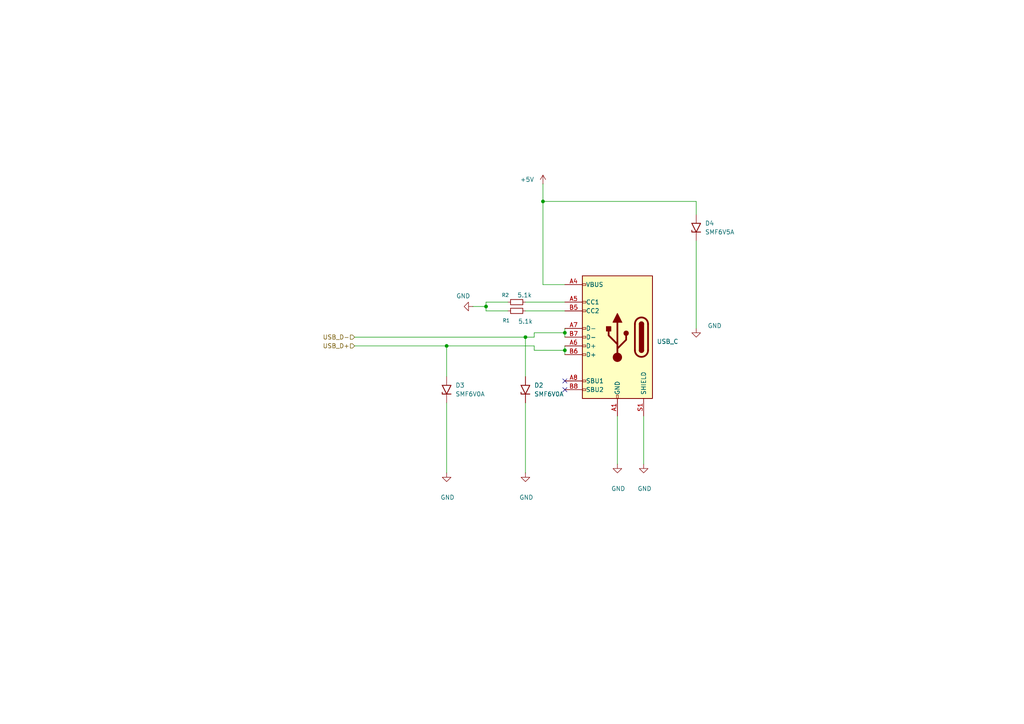
<source format=kicad_sch>
(kicad_sch (version 20250114) (generator "eeschema") (generator_version "9.0")
  (paper "A4")
  (lib_symbols
    (symbol "Connector:USB_C_Receptacle_USB2.0_16P" (pin_names (offset 1.016))
      (property "Reference" "J" (at 0 22.225 0))
      (property "Value" "USB_C_Receptacle_USB2.0_16P" (at 0 19.685 0))
      (symbol "USB_C_Receptacle_USB2.0_16P_0_0"
        (rectangle (start -0.254 -17.78) (end 0.254 -16.764))
        (rectangle (start 10.16 15.494) (end 9.144 14.986))
        (rectangle (start 10.16 10.414) (end 9.144 9.906))
        (rectangle (start 10.16 7.874) (end 9.144 7.366))
        (rectangle (start 10.16 2.794) (end 9.144 2.286))
        (rectangle (start 10.16 0.254) (end 9.144 -0.254))
        (rectangle (start 10.16 -2.286) (end 9.144 -2.794))
        (rectangle (start 10.16 -4.826) (end 9.144 -5.334))
        (rectangle (start 10.16 -12.446) (end 9.144 -12.954))
        (rectangle (start 10.16 -14.986) (end 9.144 -15.494))
      )
      (symbol "USB_C_Receptacle_USB2.0_16P_0_1"
        (rectangle (start -10.16 17.78) (end 10.16 -17.78) (stroke (width 0.254)) (fill (type background)))
        (polyline (pts (xy -8.89 -3.81) (xy -8.89 3.81)) (stroke (width 0.508)))
        (rectangle (start -7.62 -3.81) (end -6.35 3.81) (stroke (width 0.254)) (fill (type outline)))
        (arc (start -7.62 3.81) (mid -6.985 4.4423) (end -6.35 3.81) (stroke (width 0.254)))
        (arc (start -7.62 3.81) (mid -6.985 4.4423) (end -6.35 3.81) (stroke (width 0.254)) (fill (type outline)))
        (arc (start -8.89 3.81) (mid -6.985 5.7067) (end -5.08 3.81) (stroke (width 0.508)))
        (arc (start -5.08 -3.81) (mid -6.985 -5.7067) (end -8.89 -3.81) (stroke (width 0.508)))
        (arc (start -6.35 -3.81) (mid -6.985 -4.4423) (end -7.62 -3.81) (stroke (width 0.254)))
        (arc (start -6.35 -3.81) (mid -6.985 -4.4423) (end -7.62 -3.81) (stroke (width 0.254)) (fill (type outline)))
        (polyline (pts (xy -5.08 3.81) (xy -5.08 -3.81)) (stroke (width 0.508)))
        (circle (center -2.54 1.143) (radius 0.635) (stroke (width 0.254)) (fill (type outline)))
        (polyline (pts (xy -1.27 4.318) (xy 0 6.858) (xy 1.27 4.318) (xy -1.27 4.318)) (stroke (width 0.254)) (fill (type outline)))
        (polyline (pts (xy 0 -2.032) (xy 2.54 0.508) (xy 2.54 1.778)) (stroke (width 0.508)))
        (polyline (pts (xy 0 -3.302) (xy -2.54 -0.762) (xy -2.54 0.508)) (stroke (width 0.508)))
        (polyline (pts (xy 0 -5.842) (xy 0 4.318)) (stroke (width 0.508)))
        (circle (center 0 -5.842) (radius 1.27) (fill (type outline)))
        (rectangle (start 1.905 1.778) (end 3.175 3.048) (stroke (width 0.254)) (fill (type outline)))
      )
      (symbol "USB_C_Receptacle_USB2.0_16P_1_1"
        (pin passive line (at -7.62 -22.86 90) (length 5.08) (name "SHIELD") (number "S1"))
        (pin passive line (at 0 -22.86 90) (length 5.08) (name "GND") (number "A1"))
        (pin passive line (at 0 -22.86 90) (length 5.08) (hide yes) (name "GND") (number "A12"))
        (pin passive line (at 0 -22.86 90) (length 5.08) (hide yes) (name "GND") (number "B1"))
        (pin passive line (at 0 -22.86 90) (length 5.08) (hide yes) (name "GND") (number "B12"))
        (pin passive line (at 15.24 15.24 180) (length 5.08) (name "VBUS") (number "A4"))
        (pin passive line (at 15.24 15.24 180) (length 5.08) (hide yes) (name "VBUS") (number "A9"))
        (pin passive line (at 15.24 15.24 180) (length 5.08) (hide yes) (name "VBUS") (number "B4"))
        (pin passive line (at 15.24 15.24 180) (length 5.08) (hide yes) (name "VBUS") (number "B9"))
        (pin bidirectional line (at 15.24 10.16 180) (length 5.08) (name "CC1") (number "A5"))
        (pin bidirectional line (at 15.24 7.62 180) (length 5.08) (name "CC2") (number "B5"))
        (pin bidirectional line (at 15.24 2.54 180) (length 5.08) (name "D-") (number "A7"))
        (pin bidirectional line (at 15.24 0 180) (length 5.08) (name "D-") (number "B7"))
        (pin bidirectional line (at 15.24 -2.54 180) (length 5.08) (name "D+") (number "A6"))
        (pin bidirectional line (at 15.24 -5.08 180) (length 5.08) (name "D+") (number "B6"))
        (pin bidirectional line (at 15.24 -12.7 180) (length 5.08) (name "SBU1") (number "A8"))
        (pin bidirectional line (at 15.24 -15.24 180) (length 5.08) (name "SBU2") (number "B8"))
      )
    )
    (symbol "Device:R_Small" (pin_numbers (hide yes)) (pin_names (offset 0.254) (hide yes))
      (property "Reference" "R" (at 0 0 90))
      (property "Value" "R_Small" (at 1.778 0 90))
      (symbol "R_Small_0_1"
        (rectangle (start -0.762 1.778) (end 0.762 -1.778) (stroke (width 0.2032)))
      )
      (symbol "R_Small_1_1"
        (pin passive line (at 0 2.54 270) (length 0.762) (name "~") (number "1"))
        (pin passive line (at 0 -2.54 90) (length 0.762) (name "~") (number "2"))
      )
    )
    (symbol "Diode:SMF6V0A" (pin_numbers (hide yes)) (pin_names (offset 1.016) (hide yes))
      (property "Reference" "D" (at 0 2.54 0))
      (property "Value" "SMF6V0A" (at 0 -2.54 0))
      (symbol "SMF6V0A_0_1"
        (polyline (pts (xy -0.762 1.27) (xy -1.27 1.27) (xy -1.27 -1.27)) (stroke (width 0.254)))
        (polyline (pts (xy 1.27 1.27) (xy 1.27 -1.27) (xy -1.27 0) (xy 1.27 1.27)) (stroke (width 0.254)))
      )
      (symbol "SMF6V0A_1_1"
        (pin passive line (at -3.81 0 0) (length 2.54) (name "A1") (number "1"))
        (pin passive line (at 3.81 0 180) (length 2.54) (name "A2") (number "2"))
      )
    )
    (symbol "Diode:SMF6V5A" (pin_numbers (hide yes)) (pin_names (offset 1.016) (hide yes))
      (property "Reference" "D" (at 0 2.54 0))
      (property "Value" "SMF6V5A" (at 0 -2.54 0))
      (symbol "SMF6V5A_0_1"
        (polyline (pts (xy -0.762 1.27) (xy -1.27 1.27) (xy -1.27 -1.27)) (stroke (width 0.254)))
        (polyline (pts (xy 1.27 1.27) (xy 1.27 -1.27) (xy -1.27 0) (xy 1.27 1.27)) (stroke (width 0.254)))
      )
      (symbol "SMF6V5A_1_1"
        (pin passive line (at -3.81 0 0) (length 2.54) (name "A1") (number "1"))
        (pin passive line (at 3.81 0 180) (length 2.54) (name "A2") (number "2"))
      )
    )
    (symbol "power:+5V" (power) (pin_numbers (hide yes)) (pin_names (offset 0) (hide yes))
      (property "Value" "+5V" (at 0 3.556 0))
      (symbol "+5V_0_1"
        (polyline (pts (xy -0.762 1.27) (xy 0 2.54)))
        (polyline (pts (xy 0 2.54) (xy 0.762 1.27)))
        (polyline (pts (xy 0 0) (xy 0 2.54)))
      )
      (symbol "+5V_1_1"
        (pin power_in line (at 0 0 90) (length 0) (name "~") (number "1"))
      )
    )
    (symbol "power:GND" (power) (pin_numbers (hide yes)) (pin_names (offset 0) (hide yes))
      (property "Value" "GND" (at 0 -3.81 0))
      (symbol "GND_0_1"
        (polyline (pts (xy 0 0) (xy 0 -1.27) (xy 1.27 -1.27) (xy 0 -2.54) (xy -1.27 -1.27) (xy 0 -1.27)))
      )
      (symbol "GND_1_1"
        (pin power_in line (at 0 0 270) (length 0) (name "~") (number "1"))
      )
    )
  )
  (junction (at 163.83 96.52))
  (junction (at 157.48 58.42))
  (junction (at 163.83 101.6))
  (junction (at 152.4 97.79))
  (junction (at 140.97 88.9))
  (junction (at 129.54 100.33))
  (no_connect (at 163.83 113.03))
  (no_connect (at 163.83 110.49))
  (wire (pts (xy 140.97 88.9) (xy 140.97 90.17)))
  (wire (pts (xy 152.4 90.17) (xy 163.83 90.17)))
  (wire (pts (xy 163.83 82.55) (xy 157.48 82.55)))
  (wire (pts (xy 154.94 96.52) (xy 163.83 96.52)))
  (wire (pts (xy 154.94 100.33) (xy 154.94 101.6)))
  (wire (pts (xy 152.4 97.79) (xy 154.94 97.79)))
  (wire (pts (xy 140.97 88.9) (xy 137.16 88.9)))
  (wire (pts (xy 157.48 58.42) (xy 157.48 82.55)))
  (wire (pts (xy 140.97 90.17) (xy 147.32 90.17)))
  (wire (pts (xy 163.83 96.52) (xy 163.83 97.79)))
  (wire (pts (xy 102.87 97.79) (xy 152.4 97.79)))
  (wire (pts (xy 201.93 69.85) (xy 201.93 95.25)))
  (wire (pts (xy 102.87 100.33) (xy 129.54 100.33)))
  (wire (pts (xy 186.69 120.65) (xy 186.69 134.62)))
  (wire (pts (xy 154.94 101.6) (xy 163.83 101.6)))
  (wire (pts (xy 157.48 58.42) (xy 201.93 58.42)))
  (wire (pts (xy 157.48 53.34) (xy 157.48 58.42)))
  (wire (pts (xy 163.83 100.33) (xy 163.83 101.6)))
  (wire (pts (xy 152.4 116.84) (xy 152.4 137.16)))
  (wire (pts (xy 152.4 87.63) (xy 163.83 87.63)))
  (wire (pts (xy 140.97 87.63) (xy 147.32 87.63)))
  (wire (pts (xy 201.93 58.42) (xy 201.93 62.23)))
  (wire (pts (xy 154.94 97.79) (xy 154.94 96.52)))
  (wire (pts (xy 152.4 97.79) (xy 152.4 109.22)))
  (wire (pts (xy 129.54 100.33) (xy 154.94 100.33)))
  (wire (pts (xy 129.54 100.33) (xy 129.54 109.22)))
  (wire (pts (xy 129.54 116.84) (xy 129.54 137.16)))
  (wire (pts (xy 179.07 120.65) (xy 179.07 134.62)))
  (wire (pts (xy 163.83 95.25) (xy 163.83 96.52)))
  (wire (pts (xy 163.83 101.6) (xy 163.83 102.87)))
  (wire (pts (xy 140.97 87.63) (xy 140.97 88.9)))
  (hierarchical_label "USB_D-" (shape input) (at 102.87 97.79 180))
  (hierarchical_label "USB_D+" (shape input) (at 102.87 100.33 180))
  (symbol (lib_id "power:GND") (at 137.16 88.9 270) (mirror x) (unit 1)
    (property "Reference" "#PWR011" (effects (hide yes)))
    (property "Value" "GND" (at 136.398 85.852 90) (effects (justify right)))
    (property "Description" "Power symbol creates a global label with name \"GND\" , ground" (effects (hide yes)))
  )
  (symbol (lib_id "Device:R_Small") (at 149.86 90.17 90) (unit 1)
    (property "Reference" "R1" (at 146.812 92.964 90) (effects (font (size 1.016 1.016))))
    (property "Value" "5.1k" (at 152.4 93.218 90))
    (property "Footprint" "Resistor:R0402" (effects (hide yes)))
    (property "Description" "Resistor, small symbol" (effects (hide yes)))
  )
  (symbol (lib_id "power:+5V") (at 157.48 53.34 0) (mirror y) (unit 1)
    (property "Reference" "#PWR012" (effects (hide yes)))
    (property "Value" "+5V" (at 154.94 52.0699 0) (effects (justify left)))
    (property "Description" "Power symbol creates a global label with name \"+5V\"" (effects (hide yes)))
  )
  (symbol (lib_id "power:GND") (at 129.54 137.16 0) (mirror y) (unit 1)
    (property "Reference" "#PWR054" (effects (hide yes)))
    (property "Value" "GND" (at 129.794 144.272 0))
    (property "Description" "Power symbol creates a global label with name \"GND\" , ground" (effects (hide yes)))
  )
  (symbol (lib_id "Diode:SMF6V0A") (at 129.54 113.03 90) (unit 1)
    (property "Reference" "D3" (at 132.08 111.7599 90) (effects (justify right)))
    (property "Value" "SMF6V0A" (at 132.08 114.2999 90) (effects (justify right)))
    (property "Footprint" "Diode_SMD:D_SMF" (effects (hide yes)))
    (property "Datasheet" "https://www.vishay.com/doc?85881" (effects (hide yes)))
    (property "Description" "200W unidirectional Transil Transient Voltage Suppressor, 6Vrwm, SMF" (effects (hide yes)))
  )
  (symbol (lib_id "Device:R_Small") (at 149.86 87.63 90) (unit 1)
    (property "Reference" "R2" (at 146.558 85.598 90) (effects (font (size 1.016 1.016))))
    (property "Value" "5.1k" (at 152.146 85.598 90))
    (property "Footprint" "Resistor:R0402" (effects (hide yes)))
    (property "Description" "Resistor, small symbol" (effects (hide yes)))
  )
  (symbol (lib_id "power:GND") (at 201.93 95.25 0) (mirror y) (unit 1)
    (property "Reference" "#PWR056" (effects (hide yes)))
    (property "Value" "GND" (at 205.232 94.488 0) (effects (justify right)))
    (property "Description" "Power symbol creates a global label with name \"GND\" , ground" (effects (hide yes)))
  )
  (symbol (lib_id "Connector:USB_C_Receptacle_USB2.0_16P") (at 179.07 97.79 0) (mirror y) (unit 1)
    (property "Reference" "PowerUpload1" (effects (hide yes)))
    (property "Value" "USB_C" (at 190.5 99.0599 0) (effects (justify right)))
    (property "Footprint" "Connector_USB:USB_C_Receptacle_GCT_USB4105-xx-A_16P_TopMnt_Horizontal" (effects (hide yes)))
    (property "Datasheet" "https://www.usb.org/sites/default/files/documents/usb_type-c.zip" (effects (hide yes)))
    (property "Description" "USB 2.0-only 16P Type-C Receptacle connector" (effects (hide yes)))
  )
  (symbol (lib_id "power:GND") (at 179.07 134.62 0) (mirror y) (unit 1)
    (property "Reference" "#PWR09" (effects (hide yes)))
    (property "Value" "GND" (at 179.324 141.732 0))
    (property "Description" "Power symbol creates a global label with name \"GND\" , ground" (effects (hide yes)))
  )
  (symbol (lib_id "Diode:SMF6V5A") (at 201.93 66.04 90) (unit 1)
    (property "Reference" "D4" (at 204.47 64.7699 90) (effects (justify right)))
    (property "Value" "SMF6V5A" (at 204.47 67.3099 90) (effects (justify right)))
    (property "Footprint" "Diode_SMD:D_SMF" (effects (hide yes)))
    (property "Datasheet" "https://www.vishay.com/doc?85881" (effects (hide yes)))
    (property "Description" "200W unidirectional Transil Transient Voltage Suppressor, 6.5Vrwm, SMF" (effects (hide yes)))
  )
  (symbol (lib_id "Diode:SMF6V0A") (at 152.4 113.03 90) (unit 1)
    (property "Reference" "D2" (at 154.94 111.7599 90) (effects (justify right)))
    (property "Value" "SMF6V0A" (at 154.94 114.2999 90) (effects (justify right)))
    (property "Footprint" "Diode_SMD:D_SMF" (effects (hide yes)))
    (property "Datasheet" "https://www.vishay.com/doc?85881" (effects (hide yes)))
    (property "Description" "200W unidirectional Transil Transient Voltage Suppressor, 6Vrwm, SMF" (effects (hide yes)))
  )
  (symbol (lib_id "power:GND") (at 186.69 134.62 0) (mirror y) (unit 1)
    (property "Reference" "#PWR010" (effects (hide yes)))
    (property "Value" "GND" (at 186.944 141.732 0))
    (property "Description" "Power symbol creates a global label with name \"GND\" , ground" (effects (hide yes)))
  )
  (symbol (lib_id "power:GND") (at 152.4 137.16 0) (mirror y) (unit 1)
    (property "Reference" "#PWR053" (effects (hide yes)))
    (property "Value" "GND" (at 152.654 144.272 0))
    (property "Description" "Power symbol creates a global label with name \"GND\" , ground" (effects (hide yes)))
  )
)
</source>
